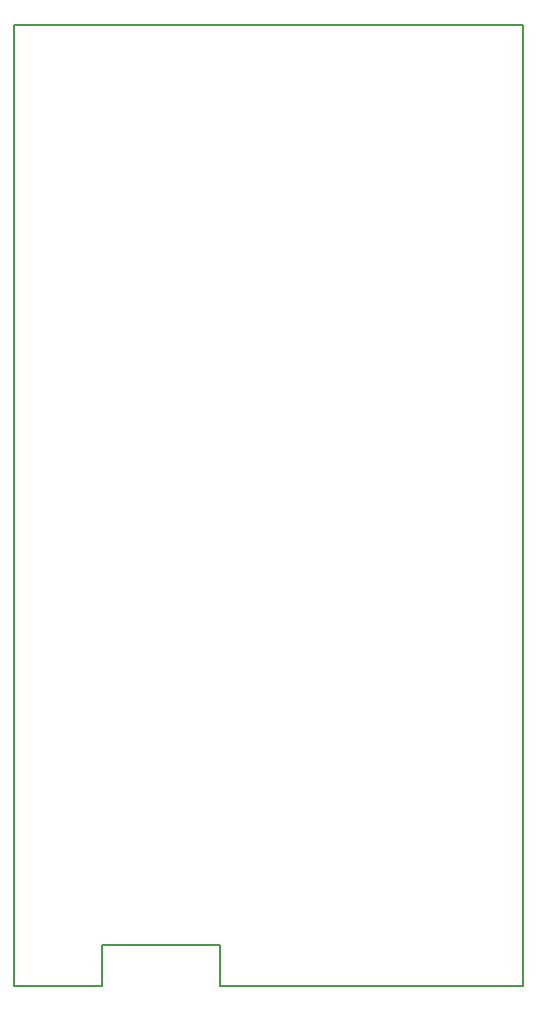
<source format=gbr>
G04 #@! TF.FileFunction,Profile,NP*
%FSLAX46Y46*%
G04 Gerber Fmt 4.6, Leading zero omitted, Abs format (unit mm)*
G04 Created by KiCad (PCBNEW 4.0.5-e0-6337~49~ubuntu16.04.1) date Sun Mar 26 23:32:04 2017*
%MOMM*%
%LPD*%
G01*
G04 APERTURE LIST*
%ADD10C,0.100000*%
%ADD11C,0.150000*%
G04 APERTURE END LIST*
D10*
D11*
X105600000Y-126900000D02*
X105600000Y-130400000D01*
X115600000Y-126900000D02*
X105600000Y-126900000D01*
X115600000Y-130400000D02*
X115600000Y-126900000D01*
X141200000Y-130400000D02*
X115600000Y-130400000D01*
X98100000Y-130400000D02*
X105600000Y-130400000D01*
X98100000Y-49000000D02*
X98100000Y-130400000D01*
X141200000Y-130400000D02*
X141200000Y-49000000D01*
X141200000Y-49000000D02*
X98100000Y-49000000D01*
M02*

</source>
